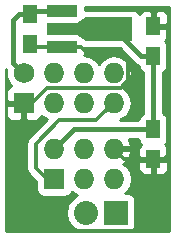
<source format=gbl>
G04 #@! TF.FileFunction,Copper,L2,Bot,Signal*
%FSLAX46Y46*%
G04 Gerber Fmt 4.6, Leading zero omitted, Abs format (unit mm)*
G04 Created by KiCad (PCBNEW 4.0.1-stable) date 03/05/2016 22:29:02*
%MOMM*%
G01*
G04 APERTURE LIST*
%ADD10C,0.100000*%
%ADD11C,1.727200*%
%ADD12R,1.727200X1.727200*%
%ADD13O,1.727200X1.727200*%
%ADD14R,1.250000X1.500000*%
%ADD15R,2.032000X2.032000*%
%ADD16O,2.032000X2.032000*%
%ADD17R,2.501900X1.000760*%
%ADD18R,4.000500X1.998980*%
%ADD19C,0.304800*%
%ADD20C,0.406400*%
%ADD21C,0.254000*%
G04 APERTURE END LIST*
D10*
D11*
X158599200Y-93493800D03*
D12*
X158599200Y-96033800D03*
D13*
X161139200Y-93493800D03*
X161139200Y-96033800D03*
X163679200Y-93493800D03*
X163679200Y-96033800D03*
X166219200Y-93493800D03*
X166219200Y-96033800D03*
D14*
X169572000Y-92026000D03*
X169572000Y-89526000D03*
X159158000Y-88510000D03*
X159158000Y-91010000D03*
D12*
X161190000Y-102460000D03*
D13*
X161190000Y-99920000D03*
X163730000Y-102460000D03*
X163730000Y-99920000D03*
X166270000Y-102460000D03*
X166270000Y-99920000D03*
D15*
X166397000Y-105317500D03*
D16*
X163857000Y-105317500D03*
D17*
X161885960Y-91261140D03*
X161885960Y-89760000D03*
X161885960Y-88258860D03*
D18*
X165838200Y-89760000D03*
D10*
G36*
X163114050Y-89259620D02*
X163863350Y-88759240D01*
X163863350Y-90760760D01*
X163114050Y-90260380D01*
X163114050Y-89259620D01*
X163114050Y-89259620D01*
G37*
D14*
X169572000Y-98269000D03*
X169572000Y-100769000D03*
D19*
X169572000Y-89526000D02*
X170501800Y-89526000D01*
X170842000Y-100428000D02*
X170501000Y-100769000D01*
X170501800Y-89526000D02*
X170842000Y-89866200D01*
X170842000Y-89866200D02*
X170842000Y-100428000D01*
X170501000Y-100769000D02*
X169572000Y-100769000D01*
X158599200Y-96033800D02*
X159297190Y-96033800D01*
X159297190Y-96033800D02*
X160592589Y-94738401D01*
X160592589Y-94738401D02*
X166816609Y-94738401D01*
X166816609Y-94738401D02*
X167463801Y-94091209D01*
X167463801Y-94091209D02*
X167463801Y-92223801D01*
X167463801Y-92223801D02*
X167215210Y-91975210D01*
X167215210Y-91975210D02*
X164155780Y-91975210D01*
X164155780Y-91975210D02*
X163441710Y-91261140D01*
X163441710Y-91261140D02*
X161885960Y-91261140D01*
X158599200Y-96033800D02*
X158599200Y-103488700D01*
X162015500Y-106905000D02*
X167984500Y-106905000D01*
X158599200Y-103488700D02*
X162015500Y-106905000D01*
X167984500Y-106905000D02*
X169572000Y-105317500D01*
X169572000Y-101823800D02*
X169572000Y-100769000D01*
X169572000Y-105317500D02*
X169572000Y-101823800D01*
X161885960Y-91261140D02*
X159409140Y-91261140D01*
X159409140Y-91261140D02*
X159158000Y-91010000D01*
X167501901Y-100783599D02*
X167516500Y-100769000D01*
X167516500Y-100769000D02*
X169572000Y-100769000D01*
X166270000Y-99920000D02*
X167133599Y-100783599D01*
X167133599Y-100783599D02*
X167501901Y-100783599D01*
D20*
X161885960Y-88258860D02*
X159409140Y-88258860D01*
X159409140Y-88258860D02*
X159158000Y-88510000D01*
X159158000Y-88510000D02*
X158228200Y-88510000D01*
X158228200Y-88510000D02*
X157735601Y-89002599D01*
X157735601Y-89002599D02*
X157735601Y-92630201D01*
X157735601Y-92630201D02*
X158599200Y-93493800D01*
D19*
X161190000Y-102460000D02*
X160555000Y-102460000D01*
X160555000Y-102460000D02*
X159602500Y-101507500D01*
X159602500Y-101507500D02*
X159602500Y-99477530D01*
X159602500Y-99477530D02*
X161573030Y-97507000D01*
X161573030Y-97507000D02*
X164746000Y-97507000D01*
X164746000Y-97507000D02*
X165355601Y-96897399D01*
X165355601Y-96897399D02*
X166219200Y-96033800D01*
D20*
X169572000Y-98269000D02*
X169572000Y-92026000D01*
X169572000Y-92026000D02*
X168540600Y-92026000D01*
X168540600Y-92026000D02*
X166274600Y-89760000D01*
X166274600Y-89760000D02*
X165838200Y-89760000D01*
X163488700Y-89760000D02*
X161885960Y-89760000D01*
X161885960Y-89760000D02*
X165838200Y-89760000D01*
X161190000Y-99920000D02*
X162841000Y-98269000D01*
X162841000Y-98269000D02*
X169572000Y-98269000D01*
D21*
G36*
X157109677Y-93173171D02*
X157100861Y-93194402D01*
X157100341Y-93790582D01*
X157328008Y-94341580D01*
X157547034Y-94560988D01*
X157375902Y-94631873D01*
X157197273Y-94810501D01*
X157100600Y-95043890D01*
X157100600Y-95748050D01*
X157259350Y-95906800D01*
X158472200Y-95906800D01*
X158472200Y-95886800D01*
X158726200Y-95886800D01*
X158726200Y-95906800D01*
X158746200Y-95906800D01*
X158746200Y-96160800D01*
X158726200Y-96160800D01*
X158726200Y-97373650D01*
X158884950Y-97532400D01*
X159589109Y-97532400D01*
X159822498Y-97435727D01*
X160001127Y-97257099D01*
X160064844Y-97103274D01*
X160536352Y-97418326D01*
X160546194Y-97420284D01*
X159045724Y-98920754D01*
X158875037Y-99176205D01*
X158815100Y-99477530D01*
X158815100Y-101507500D01*
X158875037Y-101808825D01*
X159045724Y-102064276D01*
X159678960Y-102697512D01*
X159678960Y-103323600D01*
X159723238Y-103558917D01*
X159862310Y-103775041D01*
X160074510Y-103920031D01*
X160326400Y-103971040D01*
X162053600Y-103971040D01*
X162288917Y-103926762D01*
X162505041Y-103787690D01*
X162650031Y-103575490D01*
X162658908Y-103531655D01*
X163120824Y-103840298D01*
X162657222Y-104150067D01*
X162299330Y-104685690D01*
X162173655Y-105317500D01*
X162299330Y-105949310D01*
X162657222Y-106484933D01*
X163173651Y-106830000D01*
X157074000Y-106830000D01*
X157074000Y-96319550D01*
X157100600Y-96319550D01*
X157100600Y-97023710D01*
X157197273Y-97257099D01*
X157375902Y-97435727D01*
X157609291Y-97532400D01*
X158313450Y-97532400D01*
X158472200Y-97373650D01*
X158472200Y-96160800D01*
X157259350Y-96160800D01*
X157100600Y-96319550D01*
X157074000Y-96319550D01*
X157074000Y-93119776D01*
X157109677Y-93173171D01*
X157109677Y-93173171D01*
G37*
X157109677Y-93173171D02*
X157100861Y-93194402D01*
X157100341Y-93790582D01*
X157328008Y-94341580D01*
X157547034Y-94560988D01*
X157375902Y-94631873D01*
X157197273Y-94810501D01*
X157100600Y-95043890D01*
X157100600Y-95748050D01*
X157259350Y-95906800D01*
X158472200Y-95906800D01*
X158472200Y-95886800D01*
X158726200Y-95886800D01*
X158726200Y-95906800D01*
X158746200Y-95906800D01*
X158746200Y-96160800D01*
X158726200Y-96160800D01*
X158726200Y-97373650D01*
X158884950Y-97532400D01*
X159589109Y-97532400D01*
X159822498Y-97435727D01*
X160001127Y-97257099D01*
X160064844Y-97103274D01*
X160536352Y-97418326D01*
X160546194Y-97420284D01*
X159045724Y-98920754D01*
X158875037Y-99176205D01*
X158815100Y-99477530D01*
X158815100Y-101507500D01*
X158875037Y-101808825D01*
X159045724Y-102064276D01*
X159678960Y-102697512D01*
X159678960Y-103323600D01*
X159723238Y-103558917D01*
X159862310Y-103775041D01*
X160074510Y-103920031D01*
X160326400Y-103971040D01*
X162053600Y-103971040D01*
X162288917Y-103926762D01*
X162505041Y-103787690D01*
X162650031Y-103575490D01*
X162658908Y-103531655D01*
X163120824Y-103840298D01*
X162657222Y-104150067D01*
X162299330Y-104685690D01*
X162173655Y-105317500D01*
X162299330Y-105949310D01*
X162657222Y-106484933D01*
X163173651Y-106830000D01*
X157074000Y-106830000D01*
X157074000Y-96319550D01*
X157100600Y-96319550D01*
X157100600Y-97023710D01*
X157197273Y-97257099D01*
X157375902Y-97435727D01*
X157609291Y-97532400D01*
X158313450Y-97532400D01*
X158472200Y-97373650D01*
X158472200Y-96160800D01*
X157259350Y-96160800D01*
X157100600Y-96319550D01*
X157074000Y-96319550D01*
X157074000Y-93119776D01*
X157109677Y-93173171D01*
G36*
X170894000Y-106830000D02*
X167814074Y-106830000D01*
X167864441Y-106797590D01*
X168009431Y-106585390D01*
X168060440Y-106333500D01*
X168060440Y-104301500D01*
X168016162Y-104066183D01*
X167877090Y-103850059D01*
X167664890Y-103705069D01*
X167413000Y-103654060D01*
X167157900Y-103654060D01*
X167359029Y-103519670D01*
X167683885Y-103033489D01*
X167797959Y-102460000D01*
X167683885Y-101886511D01*
X167359029Y-101400330D01*
X167035772Y-101184336D01*
X167158490Y-101126821D01*
X167224273Y-101054750D01*
X168312000Y-101054750D01*
X168312000Y-101645309D01*
X168408673Y-101878698D01*
X168587301Y-102057327D01*
X168820690Y-102154000D01*
X169286250Y-102154000D01*
X169445000Y-101995250D01*
X169445000Y-100896000D01*
X169699000Y-100896000D01*
X169699000Y-101995250D01*
X169857750Y-102154000D01*
X170323310Y-102154000D01*
X170556699Y-102057327D01*
X170735327Y-101878698D01*
X170832000Y-101645309D01*
X170832000Y-101054750D01*
X170673250Y-100896000D01*
X169699000Y-100896000D01*
X169445000Y-100896000D01*
X168470750Y-100896000D01*
X168312000Y-101054750D01*
X167224273Y-101054750D01*
X167552688Y-100694947D01*
X167724958Y-100279026D01*
X167603817Y-100047000D01*
X166397000Y-100047000D01*
X166397000Y-100067000D01*
X166143000Y-100067000D01*
X166143000Y-100047000D01*
X166123000Y-100047000D01*
X166123000Y-99793000D01*
X166143000Y-99793000D01*
X166143000Y-99773000D01*
X166397000Y-99773000D01*
X166397000Y-99793000D01*
X167603817Y-99793000D01*
X167724958Y-99560974D01*
X167552688Y-99145053D01*
X167518137Y-99107200D01*
X168316156Y-99107200D01*
X168343838Y-99254317D01*
X168482910Y-99470441D01*
X168551006Y-99516969D01*
X168408673Y-99659302D01*
X168312000Y-99892691D01*
X168312000Y-100483250D01*
X168470750Y-100642000D01*
X169445000Y-100642000D01*
X169445000Y-100622000D01*
X169699000Y-100622000D01*
X169699000Y-100642000D01*
X170673250Y-100642000D01*
X170832000Y-100483250D01*
X170832000Y-99892691D01*
X170735327Y-99659302D01*
X170594090Y-99518064D01*
X170648441Y-99483090D01*
X170793431Y-99270890D01*
X170844440Y-99019000D01*
X170844440Y-97519000D01*
X170800162Y-97283683D01*
X170661090Y-97067559D01*
X170448890Y-96922569D01*
X170410200Y-96914734D01*
X170410200Y-93383324D01*
X170432317Y-93379162D01*
X170648441Y-93240090D01*
X170793431Y-93027890D01*
X170844440Y-92776000D01*
X170844440Y-91276000D01*
X170800162Y-91040683D01*
X170661090Y-90824559D01*
X170592994Y-90778031D01*
X170735327Y-90635698D01*
X170832000Y-90402309D01*
X170832000Y-89811750D01*
X170673250Y-89653000D01*
X169699000Y-89653000D01*
X169699000Y-89673000D01*
X169445000Y-89673000D01*
X169445000Y-89653000D01*
X169425000Y-89653000D01*
X169425000Y-89399000D01*
X169445000Y-89399000D01*
X169445000Y-88299750D01*
X169699000Y-88299750D01*
X169699000Y-89399000D01*
X170673250Y-89399000D01*
X170832000Y-89240250D01*
X170832000Y-88649691D01*
X170735327Y-88416302D01*
X170556699Y-88237673D01*
X170323310Y-88141000D01*
X169857750Y-88141000D01*
X169699000Y-88299750D01*
X169445000Y-88299750D01*
X169286250Y-88141000D01*
X168820690Y-88141000D01*
X168587301Y-88237673D01*
X168408673Y-88416302D01*
X168394132Y-88451407D01*
X168302540Y-88309069D01*
X168090340Y-88164079D01*
X167838450Y-88113070D01*
X163837950Y-88113070D01*
X163784350Y-88123156D01*
X163784350Y-87930000D01*
X170894000Y-87930000D01*
X170894000Y-106830000D01*
X170894000Y-106830000D01*
G37*
X170894000Y-106830000D02*
X167814074Y-106830000D01*
X167864441Y-106797590D01*
X168009431Y-106585390D01*
X168060440Y-106333500D01*
X168060440Y-104301500D01*
X168016162Y-104066183D01*
X167877090Y-103850059D01*
X167664890Y-103705069D01*
X167413000Y-103654060D01*
X167157900Y-103654060D01*
X167359029Y-103519670D01*
X167683885Y-103033489D01*
X167797959Y-102460000D01*
X167683885Y-101886511D01*
X167359029Y-101400330D01*
X167035772Y-101184336D01*
X167158490Y-101126821D01*
X167224273Y-101054750D01*
X168312000Y-101054750D01*
X168312000Y-101645309D01*
X168408673Y-101878698D01*
X168587301Y-102057327D01*
X168820690Y-102154000D01*
X169286250Y-102154000D01*
X169445000Y-101995250D01*
X169445000Y-100896000D01*
X169699000Y-100896000D01*
X169699000Y-101995250D01*
X169857750Y-102154000D01*
X170323310Y-102154000D01*
X170556699Y-102057327D01*
X170735327Y-101878698D01*
X170832000Y-101645309D01*
X170832000Y-101054750D01*
X170673250Y-100896000D01*
X169699000Y-100896000D01*
X169445000Y-100896000D01*
X168470750Y-100896000D01*
X168312000Y-101054750D01*
X167224273Y-101054750D01*
X167552688Y-100694947D01*
X167724958Y-100279026D01*
X167603817Y-100047000D01*
X166397000Y-100047000D01*
X166397000Y-100067000D01*
X166143000Y-100067000D01*
X166143000Y-100047000D01*
X166123000Y-100047000D01*
X166123000Y-99793000D01*
X166143000Y-99793000D01*
X166143000Y-99773000D01*
X166397000Y-99773000D01*
X166397000Y-99793000D01*
X167603817Y-99793000D01*
X167724958Y-99560974D01*
X167552688Y-99145053D01*
X167518137Y-99107200D01*
X168316156Y-99107200D01*
X168343838Y-99254317D01*
X168482910Y-99470441D01*
X168551006Y-99516969D01*
X168408673Y-99659302D01*
X168312000Y-99892691D01*
X168312000Y-100483250D01*
X168470750Y-100642000D01*
X169445000Y-100642000D01*
X169445000Y-100622000D01*
X169699000Y-100622000D01*
X169699000Y-100642000D01*
X170673250Y-100642000D01*
X170832000Y-100483250D01*
X170832000Y-99892691D01*
X170735327Y-99659302D01*
X170594090Y-99518064D01*
X170648441Y-99483090D01*
X170793431Y-99270890D01*
X170844440Y-99019000D01*
X170844440Y-97519000D01*
X170800162Y-97283683D01*
X170661090Y-97067559D01*
X170448890Y-96922569D01*
X170410200Y-96914734D01*
X170410200Y-93383324D01*
X170432317Y-93379162D01*
X170648441Y-93240090D01*
X170793431Y-93027890D01*
X170844440Y-92776000D01*
X170844440Y-91276000D01*
X170800162Y-91040683D01*
X170661090Y-90824559D01*
X170592994Y-90778031D01*
X170735327Y-90635698D01*
X170832000Y-90402309D01*
X170832000Y-89811750D01*
X170673250Y-89653000D01*
X169699000Y-89653000D01*
X169699000Y-89673000D01*
X169445000Y-89673000D01*
X169445000Y-89653000D01*
X169425000Y-89653000D01*
X169425000Y-89399000D01*
X169445000Y-89399000D01*
X169445000Y-88299750D01*
X169699000Y-88299750D01*
X169699000Y-89399000D01*
X170673250Y-89399000D01*
X170832000Y-89240250D01*
X170832000Y-88649691D01*
X170735327Y-88416302D01*
X170556699Y-88237673D01*
X170323310Y-88141000D01*
X169857750Y-88141000D01*
X169699000Y-88299750D01*
X169445000Y-88299750D01*
X169286250Y-88141000D01*
X168820690Y-88141000D01*
X168587301Y-88237673D01*
X168408673Y-88416302D01*
X168394132Y-88451407D01*
X168302540Y-88309069D01*
X168090340Y-88164079D01*
X167838450Y-88113070D01*
X163837950Y-88113070D01*
X163784350Y-88123156D01*
X163784350Y-87930000D01*
X170894000Y-87930000D01*
X170894000Y-106830000D01*
G36*
X163837950Y-91406930D02*
X163842250Y-91406930D01*
X163845463Y-91407953D01*
X163851346Y-91406930D01*
X166736136Y-91406930D01*
X167947903Y-92618697D01*
X168219834Y-92800396D01*
X168307429Y-92817820D01*
X168343838Y-93011317D01*
X168482910Y-93227441D01*
X168695110Y-93372431D01*
X168733800Y-93380266D01*
X168733800Y-96911676D01*
X168711683Y-96915838D01*
X168495559Y-97054910D01*
X168350569Y-97267110D01*
X168317421Y-97430800D01*
X166759337Y-97430800D01*
X166822048Y-97418326D01*
X167308229Y-97093470D01*
X167633085Y-96607289D01*
X167747159Y-96033800D01*
X167633085Y-95460311D01*
X167308229Y-94974130D01*
X166993448Y-94763800D01*
X167308229Y-94553470D01*
X167633085Y-94067289D01*
X167747159Y-93493800D01*
X167633085Y-92920311D01*
X167308229Y-92434130D01*
X166822048Y-92109274D01*
X166248559Y-91995200D01*
X166189841Y-91995200D01*
X165616352Y-92109274D01*
X165130171Y-92434130D01*
X164949200Y-92704972D01*
X164768229Y-92434130D01*
X164282048Y-92109274D01*
X163725999Y-91998669D01*
X163771910Y-91887829D01*
X163771910Y-91546890D01*
X163613162Y-91388142D01*
X163745172Y-91388142D01*
X163837950Y-91406930D01*
X163837950Y-91406930D01*
G37*
X163837950Y-91406930D02*
X163842250Y-91406930D01*
X163845463Y-91407953D01*
X163851346Y-91406930D01*
X166736136Y-91406930D01*
X167947903Y-92618697D01*
X168219834Y-92800396D01*
X168307429Y-92817820D01*
X168343838Y-93011317D01*
X168482910Y-93227441D01*
X168695110Y-93372431D01*
X168733800Y-93380266D01*
X168733800Y-96911676D01*
X168711683Y-96915838D01*
X168495559Y-97054910D01*
X168350569Y-97267110D01*
X168317421Y-97430800D01*
X166759337Y-97430800D01*
X166822048Y-97418326D01*
X167308229Y-97093470D01*
X167633085Y-96607289D01*
X167747159Y-96033800D01*
X167633085Y-95460311D01*
X167308229Y-94974130D01*
X166993448Y-94763800D01*
X167308229Y-94553470D01*
X167633085Y-94067289D01*
X167747159Y-93493800D01*
X167633085Y-92920311D01*
X167308229Y-92434130D01*
X166822048Y-92109274D01*
X166248559Y-91995200D01*
X166189841Y-91995200D01*
X165616352Y-92109274D01*
X165130171Y-92434130D01*
X164949200Y-92704972D01*
X164768229Y-92434130D01*
X164282048Y-92109274D01*
X163725999Y-91998669D01*
X163771910Y-91887829D01*
X163771910Y-91546890D01*
X163613162Y-91388142D01*
X163745172Y-91388142D01*
X163837950Y-91406930D01*
G36*
X162012960Y-91134140D02*
X162032960Y-91134140D01*
X162032960Y-91388140D01*
X162012960Y-91388140D01*
X162012960Y-91408140D01*
X161758960Y-91408140D01*
X161758960Y-91388140D01*
X161738960Y-91388140D01*
X161738960Y-91134140D01*
X161758960Y-91134140D01*
X161758960Y-91114140D01*
X162012960Y-91114140D01*
X162012960Y-91134140D01*
X162012960Y-91134140D01*
G37*
X162012960Y-91134140D02*
X162032960Y-91134140D01*
X162032960Y-91388140D01*
X162012960Y-91388140D01*
X162012960Y-91408140D01*
X161758960Y-91408140D01*
X161758960Y-91388140D01*
X161738960Y-91388140D01*
X161738960Y-91134140D01*
X161758960Y-91134140D01*
X161758960Y-91114140D01*
X162012960Y-91114140D01*
X162012960Y-91134140D01*
G36*
X159285000Y-90883000D02*
X159305000Y-90883000D01*
X159305000Y-91137000D01*
X159285000Y-91137000D01*
X159285000Y-91157000D01*
X159031000Y-91157000D01*
X159031000Y-91137000D01*
X159011000Y-91137000D01*
X159011000Y-90883000D01*
X159031000Y-90883000D01*
X159031000Y-90863000D01*
X159285000Y-90863000D01*
X159285000Y-90883000D01*
X159285000Y-90883000D01*
G37*
X159285000Y-90883000D02*
X159305000Y-90883000D01*
X159305000Y-91137000D01*
X159285000Y-91137000D01*
X159285000Y-91157000D01*
X159031000Y-91157000D01*
X159031000Y-91137000D01*
X159011000Y-91137000D01*
X159011000Y-90883000D01*
X159031000Y-90883000D01*
X159031000Y-90863000D01*
X159285000Y-90863000D01*
X159285000Y-90883000D01*
M02*

</source>
